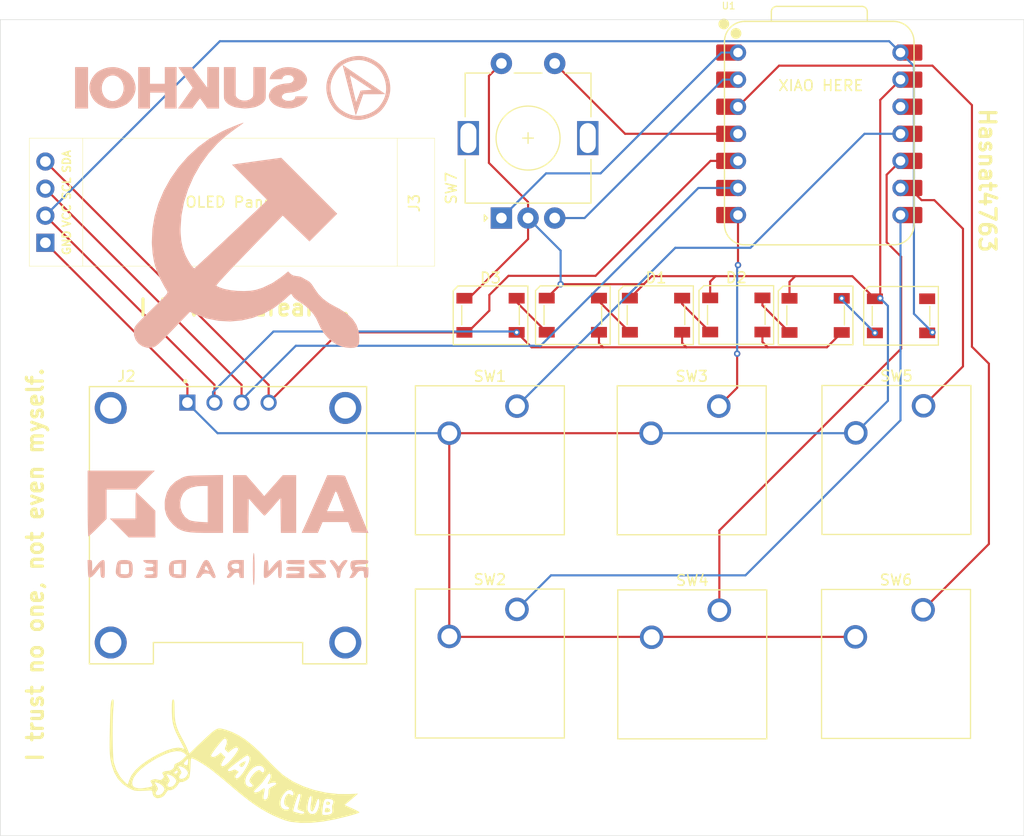
<source format=kicad_pcb>
(kicad_pcb (version 20241229) (generator "pcbnew") (generator_version "9.0")
  (layers (0 "F.Cu" signal) (2 "B.Cu" signal) (13 "F.Paste" user) (15 "B.Paste" user) (5 "F.SilkS" user "F.Silkscreen") (7 "B.SilkS" user "B.Silkscreen") (1 "F.Mask" user) (3 "B.Mask" user) (25 "Edge.Cuts" user))
  (net 0 "")
  (net 1 "Net-(D1-DOUT)")
  (net 2 "Net-(D1-DIN)")
  (net 3 "Net-(D2-DOUT)")
  (net 4 "Net-(D3-DOUT)")
  (net 5 "SDA")
  (net 6 "Net-(D4-DIN)")
  (net 7 "SW1")
  (net 8 "Earth")
  (net 9 "SW4")
  (net 10 "SW5")
  (net 11 "SW2")
  (net 12 "SW3")
  (net 13 "SW6")
  (net 14 "Rotary 2")
  (net 15 "Rotary 1")
  (net 16 "SW7")
  (net 18 "+5V")
  (net 19 "SCL")
  (footprint "Button_Switch_Keyboard:SW_Cherry_MX_1.00u_PCB" (layer "F.Cu") (at 182.66 78.89)
    (property "Reference" "SW5" (at -2.54 -2.794 0) (layer "F.SilkS"))
    (property "Value" "SW_Push")
    (pad "" np_thru_hole circle (at -7.62 5.08) (size 1.7 1.7) (drill 1.7) (layers "*.Cu" "*.Mask"))
    (pad "" np_thru_hole circle (at -2.54 5.08) (size 4 4) (drill 4) (layers "*.Cu" "*.Mask"))
    (pad "" np_thru_hole circle (at 2.54 5.08) (size 1.7 1.7) (drill 1.7) (layers "*.Cu" "*.Mask"))
    (pad "1" thru_hole circle (at 0 0) (size 2.2 2.2) (drill 1.5) (layers "*.Cu" "*.Mask") (net 12 "SW3"))
    (pad "2" thru_hole circle (at -6.35 2.54) (size 2.2 2.2) (drill 1.5) (layers "*.Cu" "*.Mask") (net 8 "Earth"))
  )
  (footprint "OPL:MODULE_DM-OLED096-636" (layer "F.Cu") (at 117.43 90.09)
    (property "Reference" "J2" (at -9.525 -13.97 0) (layer "F.SilkS"))
    (property "Value" "Conn_01x04_Pin")
    (pad "1" thru_hole rect (at -3.81 -11.5) (size 1.508 1.508) (drill 1) (layers "*.Cu" "*.Mask") (net 8 "Earth"))
    (pad "2" thru_hole circle (at -1.27 -11.5) (size 1.508 1.508) (drill 1) (layers "*.Cu" "*.Mask") (net 18 "+5V"))
    (pad "3" thru_hole circle (at 1.27 -11.5) (size 1.508 1.508) (drill 1) (layers "*.Cu" "*.Mask") (net 19 "SCL"))
    (pad "4" thru_hole circle (at 3.81 -11.5) (size 1.508 1.508) (drill 1) (layers "*.Cu" "*.Mask") (net 5 "SDA"))
    (pad "S1" thru_hole circle (at -11 -11) (size 3 3) (drill 2) (layers "*.Cu" "*.Mask"))
    (pad "S2" thru_hole circle (at 11 -11) (size 3 3) (drill 2) (layers "*.Cu" "*.Mask"))
    (pad "S3" thru_hole circle (at 11 11) (size 3 3) (drill 2) (layers "*.Cu" "*.Mask"))
    (pad "S4" thru_hole circle (at -11 11) (size 3 3) (drill 2) (layers "*.Cu" "*.Mask"))
  )
  (footprint "LED_SMD:LED_SK6812_PLCC4_5.0x5.0mm_P3.2mm" (layer "F.Cu") (at 172.54 70.41)
    (property "Reference" "D5" (hide yes))
    (property "Value" "SK6812")
    (pad "1" smd rect (at -2.45 -1.6 180) (size 1.5 1) (layers "F.Cu" "F.Mask" "F.Paste") (net 8 "Earth"))
    (pad "2" smd rect (at -2.45 1.6 180) (size 1.5 1) (layers "F.Cu" "F.Mask" "F.Paste") (net 3 "Net-(D2-DOUT)"))
    (pad "3" smd rect (at 2.45 1.6 180) (size 1.5 1) (layers "F.Cu" "F.Mask" "F.Paste") (net 18 "+5V"))
    (pad "4" smd rect (at 2.45 -1.6 180) (size 1.5 1) (layers "F.Cu" "F.Mask" "F.Paste") (net 6 "Net-(D4-DIN)"))
  )
  (footprint "OPL:XIAO-RP2040-DIP" (layer "F.Cu") (at 172.88 53.38)
    (property "Reference" "U1" (at -8.5 -12 0) (layer "F.SilkS") (effects (font (size 0.635 0.635) (thickness 0.1016))))
    (property "Value" "XIAO-RP2040-DIP")
    (pad "1" smd roundrect (at -8.455 -7.62 180) (size 2.432 1.524) (layers "F.Cu" "F.Mask") (roundrect_rratio 0.1) (net 15 "Rotary 1"))
    (pad "1" thru_hole circle (at -7.62 -7.62 180) (size 1.524 1.524) (drill 0.889) (layers "*.Cu" "*.Mask") (net 15 "Rotary 1"))
    (pad "2" smd roundrect (at -8.455 -5.08 180) (size 2.432 1.524) (layers "F.Cu" "F.Mask") (roundrect_rratio 0.1) (net 14 "Rotary 2"))
    (pad "2" thru_hole circle (at -7.62 -5.08 180) (size 1.524 1.524) (drill 0.889) (layers "*.Cu" "*.Mask") (net 14 "Rotary 2"))
    (pad "3" smd roundrect (at -8.455 -2.54 180) (size 2.432 1.524) (layers "F.Cu" "F.Mask") (roundrect_rratio 0.1) (net 13 "SW6"))
    (pad "3" thru_hole circle (at -7.62 -2.54 180) (size 1.524 1.524) (drill 0.889) (layers "*.Cu" "*.Mask") (net 13 "SW6"))
    (pad "4" smd roundrect (at -8.455 0 180) (size 2.432 1.524) (layers "F.Cu" "F.Mask") (roundrect_rratio 0.1) (net 16 "SW7"))
    (pad "4" thru_hole circle (at -7.62 0 180) (size 1.524 1.524) (drill 0.889) (layers "*.Cu" "*.Mask") (net 16 "SW7"))
    (pad "5" smd roundrect (at -8.455 2.54 180) (size 2.432 1.524) (layers "F.Cu" "F.Mask") (roundrect_rratio 0.1) (net 5 "SDA"))
    (pad "5" thru_hole circle (at -7.62 2.54 180) (size 1.524 1.524) (drill 0.889) (layers "*.Cu" "*.Mask") (net 5 "SDA"))
    (pad "6" smd roundrect (at -8.455 5.08 180) (size 2.432 1.524) (layers "F.Cu" "F.Mask") (roundrect_rratio 0.1) (net 19 "SCL"))
    (pad "6" thru_hole circle (at -7.62 5.08 180) (size 1.524 1.524) (drill 0.889) (layers "*.Cu" "*.Mask") (net 19 "SCL"))
    (pad "7" smd roundrect (at -8.455 7.62 180) (size 2.432 1.524) (layers "F.Cu" "F.Mask") (roundrect_rratio 0.1) (net 10 "SW5"))
    (pad "7" thru_hole circle (at -7.62 7.62 180) (size 1.524 1.524) (drill 0.889) (layers "*.Cu" "*.Mask") (net 10 "SW5"))
    (pad "8" thru_hole circle (at 7.62 7.62) (size 1.524 1.524) (drill 0.889) (layers "*.Cu" "*.Mask") (net 9 "SW4"))
    (pad "8" smd roundrect (at 8.455 7.62) (size 2.432 1.524) (layers "F.Cu" "F.Mask") (roundrect_rratio 0.1) (net 9 "SW4"))
    (pad "9" thru_hole circle (at 7.62 5.08) (size 1.524 1.524) (drill 0.889) (layers "*.Cu" "*.Mask") (net 12 "SW3"))
    (pad "9" smd roundrect (at 8.455 5.08) (size 2.432 1.524) (layers "F.Cu" "F.Mask") (roundrect_rratio 0.1) (net 12 "SW3"))
    (pad "10" thru_hole circle (at 7.62 2.54) (size 1.524 1.524) (drill 0.889) (layers "*.Cu" "*.Mask") (net 11 "SW2"))
    (pad "10" smd roundrect (at 8.455 2.54) (size 2.432 1.524) (layers "F.Cu" "F.Mask") (roundrect_rratio 0.1) (net 11 "SW2"))
    (pad "11" thru_hole circle (at 7.62 0) (size 1.524 1.524) (drill 0.889) (layers "*.Cu" "*.Mask") (net 7 "SW1"))
    (pad "11" smd roundrect (at 8.455 0) (size 2.432 1.524) (layers "F.Cu" "F.Mask") (roundrect_rratio 0.1) (net 7 "SW1"))
    (pad "12" thru_hole circle (at 7.62 -2.54) (size 1.524 1.524) (drill 0.889) (layers "*.Cu" "*.Mask"))
    (pad "12" smd roundrect (at 8.455 -2.54) (size 2.432 1.524) (layers "F.Cu" "F.Mask") (roundrect_rratio 0.1))
    (pad "13" thru_hole circle (at 7.62 -5.08) (size 1.524 1.524) (drill 0.889) (layers "*.Cu" "*.Mask") (net 8 "Earth"))
    (pad "13" smd roundrect (at 8.455 -5.08) (size 2.432 1.524) (layers "F.Cu" "F.Mask") (roundrect_rratio 0.1) (net 8 "Earth"))
    (pad "14" thru_hole circle (at 7.62 -7.62) (size 1.524 1.524) (drill 0.889) (layers "*.Cu" "*.Mask") (net 18 "+5V"))
    (pad "14" smd roundrect (at 8.455 -7.62) (size 2.432 1.524) (layers "F.Cu" "F.Mask") (roundrect_rratio 0.1) (net 18 "+5V"))
  )
  (footprint "Button_Switch_Keyboard:SW_Cherry_MX_1.00u_PCB" (layer "F.Cu") (at 182.62 98.02)
    (property "Reference" "SW6" (at -2.54 -2.794 0) (layer "F.SilkS"))
    (property "Value" "SW_Push")
    (pad "" np_thru_hole circle (at -7.62 5.08) (size 1.7 1.7) (drill 1.7) (layers "*.Cu" "*.Mask"))
    (pad "" np_thru_hole circle (at -2.54 5.08) (size 4 4) (drill 4) (layers "*.Cu" "*.Mask"))
    (pad "" np_thru_hole circle (at 2.54 5.08) (size 1.7 1.7) (drill 1.7) (layers "*.Cu" "*.Mask"))
    (pad "1" thru_hole circle (at 0 0) (size 2.2 2.2) (drill 1.5) (layers "*.Cu" "*.Mask") (net 13 "SW6"))
    (pad "2" thru_hole circle (at -6.35 2.54) (size 2.2 2.2) (drill 1.5) (layers "*.Cu" "*.Mask") (net 8 "Earth"))
  )
  (footprint "Rotary_Encoder:RotaryEncoder_Alps_EC11E-Switch_Vertical_H20mm" (layer "F.Cu") (at 143.07 61.28 90)
    (property "Reference" "SW7" (at 2.8 -4.7 90) (layer "F.SilkS"))
    (property "Value" "RotaryEncoder_Switch")
    (pad "A" thru_hole rect (at 0 0 90) (size 2 2) (drill 1) (layers "*.Cu" "*.Mask") (net 15 "Rotary 1"))
    (pad "B" thru_hole circle (at 0 5 90) (size 2 2) (drill 1) (layers "*.Cu" "*.Mask") (net 14 "Rotary 2"))
    (pad "C" thru_hole circle (at 0 2.5 90) (size 2 2) (drill 1) (layers "*.Cu" "*.Mask") (net 8 "Earth"))
    (pad "MP" thru_hole rect (at 7.5 -3.1 90) (size 3.2 2) (drill oval 2.8 1.5) (layers "*.Cu" "*.Mask"))
    (pad "MP" thru_hole rect (at 7.5 8.1 90) (size 3.2 2) (drill oval 2.8 1.5) (layers "*.Cu" "*.Mask"))
    (pad "S1" thru_hole circle (at 14.5 5 90) (size 2 2) (drill 1) (layers "*.Cu" "*.Mask") (net 16 "SW7"))
    (pad "S2" thru_hole circle (at 14.5 0 90) (size 2 2) (drill 1) (layers "*.Cu" "*.Mask") (net 8 "Earth"))
  )
  (footprint "LOGO" (layer "F.Cu") (at 118 113.12)
    (property "Reference" "G***" (hide yes))
    (property "Value" "LOGO" (hide yes))
  )
  (footprint "LED_SMD:LED_SK6812_PLCC4_5.0x5.0mm_P3.2mm" (layer "F.Cu") (at 142.05 70.4)
    (property "Reference" "D3" (at 0 -3.5 0) (layer "F.SilkS"))
    (property "Value" "SK6812")
    (pad "1" smd rect (at -2.45 -1.6 180) (size 1.5 1) (layers "F.Cu" "F.Mask" "F.Paste") (net 8 "Earth"))
    (pad "2" smd rect (at -2.45 1.6 180) (size 1.5 1) (layers "F.Cu" "F.Mask" "F.Paste") (net 5 "SDA"))
    (pad "3" smd rect (at 2.45 1.6 180) (size 1.5 1) (layers "F.Cu" "F.Mask" "F.Paste") (net 18 "+5V"))
    (pad "4" smd rect (at 2.45 -1.6 180) (size 1.5 1) (layers "F.Cu" "F.Mask" "F.Paste") (net 4 "Net-(D3-DOUT)"))
  )
  (footprint "Button_Switch_Keyboard:SW_Cherry_MX_1.00u_PCB" (layer "F.Cu") (at 144.53 97.98)
    (property "Reference" "SW2" (at -2.54 -2.794 0) (layer "F.SilkS"))
    (property "Value" "SW_Push")
    (pad "" np_thru_hole circle (at -7.62 5.08) (size 1.7 1.7) (drill 1.7) (layers "*.Cu" "*.Mask"))
    (pad "" np_thru_hole circle (at -2.54 5.08) (size 4 4) (drill 4) (layers "*.Cu" "*.Mask"))
    (pad "" np_thru_hole circle (at 2.54 5.08) (size 1.7 1.7) (drill 1.7) (layers "*.Cu" "*.Mask"))
    (pad "1" thru_hole circle (at 0 0) (size 2.2 2.2) (drill 1.5) (layers "*.Cu" "*.Mask") (net 9 "SW4"))
    (pad "2" thru_hole circle (at -6.35 2.54) (size 2.2 2.2) (drill 1.5) (layers "*.Cu" "*.Mask") (net 8 "Earth"))
  )
  (footprint "LED_SMD:LED_SK6812_PLCC4_5.0x5.0mm_P3.2mm" (layer "F.Cu") (at 165.1 70.37)
    (property "Reference" "D2" (at 0 -3.5 0) (layer "F.SilkS"))
    (property "Value" "SK6812")
    (pad "1" smd rect (at -2.45 -1.6 180) (size 1.5 1) (layers "F.Cu" "F.Mask" "F.Paste") (net 8 "Earth"))
    (pad "2" smd rect (at -2.45 1.6 180) (size 1.5 1) (layers "F.Cu" "F.Mask" "F.Paste") (net 1 "Net-(D1-DOUT)"))
    (pad "3" smd rect (at 2.45 1.6 180) (size 1.5 1) (layers "F.Cu" "F.Mask" "F.Paste") (net 18 "+5V"))
    (pad "4" smd rect (at 2.45 -1.6 180) (size 1.5 1) (layers "F.Cu" "F.Mask" "F.Paste") (net 3 "Net-(D2-DOUT)"))
  )
  (footprint "Button_Switch_Keyboard:SW_Cherry_MX_1.00u_PCB" (layer "F.Cu") (at 163.46 78.92)
    (property "Reference" "SW3" (at -2.54 -2.794 0) (layer "F.SilkS"))
    (property "Value" "SW_Push")
    (pad "" np_thru_hole circle (at -7.62 5.08) (size 1.7 1.7) (drill 1.7) (layers "*.Cu" "*.Mask"))
    (pad "" np_thru_hole circle (at -2.54 5.08) (size 4 4) (drill 4) (layers "*.Cu" "*.Mask"))
    (pad "" np_thru_hole circle (at 2.54 5.08) (size 1.7 1.7) (drill 1.7) (layers "*.Cu" "*.Mask"))
    (pad "1" thru_hole circle (at 0 0) (size 2.2 2.2) (drill 1.5) (layers "*.Cu" "*.Mask") (net 10 "SW5"))
    (pad "2" thru_hole circle (at -6.35 2.54) (size 2.2 2.2) (drill 1.5) (layers "*.Cu" "*.Mask") (net 8 "Earth"))
  )
  (footprint "OPL:SSD1306-0.91-OLED-4pin-128x32" (layer "F.Cu") (at 136.8 65.79 180)
    (property "Reference" "J3" (at 1.9 5.91 90) (layer "F.SilkS"))
    (property "Value" "Conn_01x04_Pin")
    (fp_text user "OLED Panel" (at 19 6 0) (layer "F.SilkS"))
    (fp_text user "SDA" (at 34.5 9.81 90) (layer "F.SilkS") (effects (font (size 0.75 0.75))))
    (fp_text user "GND" (at 34.5 2.19 90) (layer "F.SilkS") (effects (font (size 0.75 0.75))))
    (fp_text user "SCL" (at 34.5 7.27 90) (layer "F.SilkS") (effects (font (size 0.75 0.75))))
    (fp_text user "VCC" (at 34.5 4.73 90) (layer "F.SilkS") (effects (font (size 0.75 0.75))))
    (pad "1" thru_hole rect (at 36.5 2.19 180) (size 1.7 1.7) (drill 1) (layers "*.Cu" "*.Mask") (net 8 "Earth"))
    (pad "2" thru_hole oval (at 36.5 4.73 180) (size 1.7 1.7) (drill 1) (layers "*.Cu" "*.Mask") (net 18 "+5V"))
    (pad "3" thru_hole oval (at 36.5 7.27 180) (size 1.7 1.7) (drill 1) (layers "*.Cu" "*.Mask") (net 19 "SCL"))
    (pad "4" thru_hole oval (at 36.5 9.81 180) (size 1.7 1.7) (drill 1) (layers "*.Cu" "*.Mask") (net 5 "SDA"))
  )
  (footprint "Button_Switch_Keyboard:SW_Cherry_MX_1.00u_PCB" (layer "F.Cu") (at 144.53 78.92)
    (property "Reference" "SW1" (at -2.54 -2.794 0) (layer "F.SilkS"))
    (property "Value" "SW_Push")
    (pad "" np_thru_hole circle (at -7.62 5.08) (size 1.7 1.7) (drill 1.7) (layers "*.Cu" "*.Mask"))
    (pad "" np_thru_hole circle (at -2.54 5.08) (size 4 4) (drill 4) (layers "*.Cu" "*.Mask"))
    (pad "" np_thru_hole circle (at 2.54 5.08) (size 1.7 1.7) (drill 1.7) (layers "*.Cu" "*.Mask"))
    (pad "1" thru_hole circle (at 0 0) (size 2.2 2.2) (drill 1.5) (layers "*.Cu" "*.Mask") (net 7 "SW1"))
    (pad "2" thru_hole circle (at -6.35 2.54) (size 2.2 2.2) (drill 1.5) (layers "*.Cu" "*.Mask") (net 8 "Earth"))
  )
  (footprint "LED_SMD:LED_SK6812_PLCC4_5.0x5.0mm_P3.2mm" (layer "F.Cu") (at 180.55 70.45)
    (property "Reference" "D4" (hide yes))
    (property "Value" "SK6812")
    (pad "1" smd rect (at -2.45 -1.6 180) (size 1.5 1) (layers "F.Cu" "F.Mask" "F.Paste") (net 8 "Earth"))
    (pad "2" smd rect (at -2.45 1.6 180) (size 1.5 1) (layers "F.Cu" "F.Mask" "F.Paste") (net 6 "Net-(D4-DIN)"))
    (pad "3" smd rect (at 2.45 1.6 180) (size 1.5 1) (layers "F.Cu" "F.Mask" "F.Paste") (net 18 "+5V"))
    (pad "4" smd rect (at 2.45 -1.6 180) (size 1.5 1) (layers "F.Cu" "F.Mask" "F.Paste"))
  )
  (footprint "Button_Switch_Keyboard:SW_Cherry_MX_1.00u_PCB" (layer "F.Cu") (at 163.51 98.06)
    (property "Reference" "SW4" (at -2.54 -2.794 0) (layer "F.SilkS"))
    (property "Value" "SW_Push")
    (pad "" np_thru_hole circle (at -7.62 5.08) (size 1.7 1.7) (drill 1.7) (layers "*.Cu" "*.Mask"))
    (pad "" np_thru_hole circle (at -2.54 5.08) (size 4 4) (drill 4) (layers "*.Cu" "*.Mask"))
    (pad "" np_thru_hole circle (at 2.54 5.08) (size 1.7 1.7) (drill 1.7) (layers "*.Cu" "*.Mask"))
    (pad "1" thru_hole circle (at 0 0) (size 2.2 2.2) (drill 1.5) (layers "*.Cu" "*.Mask") (net 11 "SW2"))
    (pad "2" thru_hole circle (at -6.35 2.54) (size 2.2 2.2) (drill 1.5) (layers "*.Cu" "*.Mask") (net 8 "Earth"))
  )
  (footprint "LED_SMD:LED_SK6812_PLCC4_5.0x5.0mm_P3.2mm" (layer "F.Cu") (at 149.77 70.39)
    (property "Reference" "D6" (hide yes))
    (property "Value" "SK6812")
    (pad "1" smd rect (at -2.45 -1.6 180) (size 1.5 1) (layers "F.Cu" "F.Mask" "F.Paste") (net 8 "Earth"))
    (pad "2" smd rect (at -2.45 1.6 180) (size 1.5 1) (layers "F.Cu" "F.Mask" "F.Paste") (net 4 "Net-(D3-DOUT)"))
    (pad "3" smd rect (at 2.45 1.6 180) (size 1.5 1) (layers "F.Cu" "F.Mask" "F.Paste") (net 18 "+5V"))
    (pad "4" smd rect (at 2.45 -1.6 180) (size 1.5 1) (layers "F.Cu" "F.Mask" "F.Paste") (net 2 "Net-(D1-DIN)"))
  )
  (footprint "LED_SMD:LED_SK6812_PLCC4_5.0x5.0mm_P3.2mm" (layer "F.Cu") (at 157.57 70.39)
    (property "Reference" "D1" (at 0 -3.5 0) (layer "F.SilkS"))
    (property "Value" "SK6812")
    (pad "1" smd rect (at -2.45 -1.6 180) (size 1.5 1) (layers "F.Cu" "F.Mask" "F.Paste") (net 8 "Earth"))
    (pad "2" smd rect (at -2.45 1.6 180) (size 1.5 1) (layers "F.Cu" "F.Mask" "F.Paste") (net 2 "Net-(D1-DIN)"))
    (pad "3" smd rect (at 2.45 1.6 180) (size 1.5 1) (layers "F.Cu" "F.Mask" "F.Paste") (net 18 "+5V"))
    (pad "4" smd rect (at 2.45 -1.6 180) (size 1.5 1) (layers "F.Cu" "F.Mask" "F.Paste") (net 1 "Net-(D1-DOUT)"))
  )
  (footprint "LOGO" (layer "B.Cu") (at 119.18 62.87 180)
    (property "Reference" "G***" (hide yes))
    (property "Value" "LOGO" (hide yes))
  )
  (footprint "LOGO" (layer "B.Cu") (at 117.87 49.08 180)
    (property "Reference" "G***" (hide yes))
    (property "Value" "LOGO" (hide yes))
  )
  (footprint "LOGO" (layer "B.Cu") (at 117.43 90.09 180)
    (property "Reference" "G***" (hide yes))
    (property "Value" "LOGO" (hide yes))
  )
  (gr_rect (start 96.07 42.67) (end 192.08 119.2) (stroke (width 0.05)) (fill no) (layer "Edge.Cuts"))
  (gr_text "I have a dream..." (at 108.9 70.57 0) (layer "F.SilkS") (effects (font (size 1.5 1.5) (thickness 0.3) (bold yes)) (justify left bottom)))
  (gr_text "XIAO HERE" (at 168.95 49.44 0) (layer "F.SilkS") (effects (font (size 1 1)) (justify left bottom)))
  (gr_text "Hasnat4763" (at 187.76 50.84 270) (layer "F.SilkS") (effects (font (size 1.5 1.5) (thickness 0.3) (bold yes)) (justify left bottom)))
  (gr_text "I trust no one, not even myself." (at 100.22 112.41 90) (layer "F.SilkS") (effects (font (size 1.5 1.5) (thickness 0.3) (bold yes)) (justify left bottom)))
  (segment (start 160.02 68.79) (end 160.02 69.34) (width 0.2) (layer "F.Cu") (net 1))
  (segment (start 160.02 69.34) (end 162.65 71.97) (width 0.2) (layer "F.Cu") (net 1))
  (segment (start 152.22 69.09) (end 155.12 71.99) (width 0.2) (layer "F.Cu") (net 2))
  (segment (start 152.22 68.79) (end 152.22 69.09) (width 0.2) (layer "F.Cu") (net 2))
  (segment (start 167.55 68.77) (end 167.55 69.47) (width 0.2) (layer "F.Cu") (net 3))
  (segment (start 167.55 69.47) (end 170.09 72.01) (width 0.2) (layer "F.Cu") (net 3))
  (segment (start 144.5 69.17) (end 147.32 71.99) (width 0.2) (layer "F.Cu") (net 4))
  (segment (start 144.5 68.8) (end 144.5 69.17) (width 0.2) (layer "F.Cu") (net 4))
  (segment (start 127.83 72) (end 139.6 72) (width 0.2) (layer "F.Cu") (net 5))
  (segment (start 141.94 68.49) (end 141.94 69.96) (width 0.2) (layer "F.Cu") (net 5))
  (segment (start 100.3 55.98) (end 121.24 76.92) (width 0.2) (layer "F.Cu") (net 5))
  (segment (start 121.24 76.92) (end 121.24 78.59) (width 0.2) (layer "F.Cu") (net 5))
  (segment (start 162.68 55.92) (end 151.9 66.7) (width 0.2) (layer "F.Cu") (net 5))
  (segment (start 121.24 78.59) (end 127.83 72) (width 0.2) (layer "F.Cu") (net 5))
  (segment (start 165.26 55.92) (end 162.68 55.92) (width 0.2) (layer "F.Cu") (net 5))
  (segment (start 143.73 66.7) (end 141.94 68.49) (width 0.2) (layer "F.Cu") (net 5))
  (segment (start 139.9 72) (end 139.6 72) (width 0.2) (layer "F.Cu") (net 5))
  (segment (start 151.9 66.7) (end 143.73 66.7) (width 0.2) (layer "F.Cu") (net 5))
  (segment (start 141.94 69.96) (end 139.9 72) (width 0.2) (layer "F.Cu") (net 5))
  (segment (start 178.1 71.92) (end 178.1 72.05) (width 0.2) (layer "F.Cu") (net 6))
  (via (at 178.1 72.05) (size 0.6) (drill 0.3) (layers "F.Cu" "B.Cu") (net 6))
  (via (at 174.99 68.81) (size 0.6) (drill 0.3) (layers "F.Cu" "B.Cu") (net 6))
  (segment (start 174.99 68.94) (end 178.1 72.05) (width 0.2) (layer "B.Cu") (net 6))
  (segment (start 174.99 68.81) (end 174.99 68.94) (width 0.2) (layer "B.Cu") (net 6))
  (segment (start 144.53 78.92) (end 159.38 64.07) (width 0.2) (layer "B.Cu") (net 7))
  (segment (start 166.43 64.07) (end 177.12 53.38) (width 0.2) (layer "B.Cu") (net 7))
  (segment (start 177.12 53.38) (end 180.5 53.38) (width 0.2) (layer "B.Cu") (net 7))
  (segment (start 159.38 64.07) (end 166.43 64.07) (width 0.2) (layer "B.Cu") (net 7))
  (segment (start 162.65 68.77) (end 162.65 67.24) (width 0.2) (layer "F.Cu") (net 8))
  (segment (start 176.27 100.56) (end 138.22 100.56) (width 0.2) (layer "F.Cu") (net 8))
  (segment (start 138.22 100.56) (end 138.18 100.52) (width 0.2) (layer "F.Cu") (net 8))
  (segment (start 170.09 68.81) (end 170.09 67.27) (width 0.2) (layer "F.Cu") (net 8))
  (segment (start 178.6 68.8) (end 178.6 50.2) (width 0.2) (layer "F.Cu") (net 8))
  (segment (start 138.18 100.52) (end 138.18 81.46) (width 0.2) (layer "F.Cu") (net 8))
  (segment (start 157.18 66.73) (end 163.16 66.73) (width 0.2) (layer "F.Cu") (net 8))
  (segment (start 113.62 76.92) (end 100.3 63.6) (width 0.2) (layer "F.Cu") (net 8))
  (segment (start 113.62 78.59) (end 113.62 76.92) (width 0.2) (layer "F.Cu") (net 8))
  (segment (start 138.18 81.46) (end 157.11 81.46) (width 0.2) (layer "F.Cu") (net 8))
  (segment (start 162.65 67.24) (end 163.16 66.73) (width 0.2) (layer "F.Cu") (net 8))
  (segment (start 163.16 66.73) (end 170.63 66.73) (width 0.2) (layer "F.Cu") (net 8))
  (segment (start 175.98 66.73) (end 178.1 68.85) (width 0.2) (layer "F.Cu") (net 8))
  (segment (start 155.12 68.79) (end 156.425 67.485) (width 0.2) (layer "F.Cu") (net 8))
  (segment (start 140.02 68.8) (end 145.57 63.25) (width 0.2) (layer "F.Cu") (net 8))
  (segment (start 145.57 63.25) (end 145.57 61.28) (width 0.2) (layer "F.Cu") (net 8))
  (segment (start 148.625 67.485) (end 156.425 67.485) (width 0.2) (layer "F.Cu") (net 8))
  (segment (start 178.6 50.2) (end 180.5 48.3) (width 0.2) (layer "F.Cu") (net 8))
  (segment (start 141.9 56.11) (end 141.9 47.95) (width 0.2) (layer "F.Cu") (net 8))
  (segment (start 145.57 59.78) (end 141.9 56.11) (width 0.2) (layer "F.Cu") (net 8))
  (segment (start 145.57 61.28) (end 145.57 59.78) (width 0.2) (layer "F.Cu") (net 8))
  (segment (start 139.6 68.8) (end 140.02 68.8) (width 0.2) (layer "F.Cu") (net 8))
  (segment (start 170.09 67.27) (end 170.63 66.73) (width 0.2) (layer "F.Cu") (net 8))
  (segment (start 141.9 47.95) (end 143.07 46.78) (width 0.2) (layer "F.Cu") (net 8))
  (segment (start 156.425 67.485) (end 157.18 66.73) (width 0.2) (layer "F.Cu") (net 8))
  (segment (start 147.32 68.79) (end 148.625 67.485) (width 0.2) (layer "F.Cu") (net 8))
  (segment (start 170.63 66.73) (end 175.98 66.73) (width 0.2) (layer "F.Cu") (net 8))
  (via (at 178.6 68.8) (size 0.6) (drill 0.3) (layers "F.Cu" "B.Cu") (net 8))
  (via (at 148.625 67.485) (size 0.6) (drill 0.3) (layers "F.Cu" "B.Cu") (net 8))
  (segment (start 113.48 78.49) (end 116.45 81.46) (width 0.2) (layer "B.Cu") (net 8))
  (segment (start 148.625 64.335) (end 145.57 61.28) (width 0.2) (layer "B.Cu") (net 8))
  (segment (start 179.32 69.52) (end 179.32 78.42) (width 0.2) (layer "B.Cu") (net 8))
  (segment (start 157.11 81.46) (end 176.28 81.46) (width 0.2) (layer "B.Cu") (net 8))
  (segment (start 179.32 78.42) (end 176.31 81.43) (width 0.2) (layer "B.Cu") (net 8))
  (segment (start 176.28 81.46) (end 176.31 81.43) (width 0.2) (layer "B.Cu") (net 8))
  (segment (start 116.45 81.46) (end 138.18 81.46) (width 0.2) (layer "B.Cu") (net 8))
  (segment (start 148.625 67.485) (end 148.625 64.335) (width 0.2) (layer "B.Cu") (net 8))
  (segment (start 178.6 68.8) (end 179.32 69.52) (width 0.2) (layer "B.Cu") (net 8))
  (segment (start 180.5 80.249314) (end 165.959314 94.79) (width 0.2) (layer "B.Cu") (net 9))
  (segment (start 180.5 61) (end 180.5 80.249314) (width 0.2) (layer "B.Cu") (net 9))
  (segment (start 147.72 94.79) (end 144.53 97.98) (width 0.2) (layer "B.Cu") (net 9))
  (segment (start 165.959314 94.79) (end 147.72 94.79) (width 0.2) (layer "B.Cu") (net 9))
  (segment (start 165.26 65.69) (end 165.26 61) (width 0.2) (layer "F.Cu") (net 10))
  (segment (start 165.18 77.2) (end 165.18 74) (width 0.2) (layer "F.Cu") (net 10))
  (segment (start 163.46 78.92) (end 165.18 77.2) (width 0.2) (layer "F.Cu") (net 10))
  (via (at 165.18 74) (size 0.6) (drill 0.3) (layers "F.Cu" "B.Cu") (net 10))
  (via (at 165.26 65.69) (size 0.6) (drill 0.3) (layers "F.Cu" "B.Cu") (net 10))
  (segment (start 165.18 65.77) (end 165.26 65.69) (width 0.2) (layer "B.Cu") (net 10))
  (segment (start 165.18 74) (end 165.18 65.77) (width 0.2) (layer "B.Cu") (net 10))
  (segment (start 180.56 64.91) (end 180.56 73.53) (width 0.2) (layer "F.Cu") (net 11))
  (segment (start 163.51 90.58) (end 163.51 98.06) (width 0.2) (layer "F.Cu") (net 11))
  (segment (start 180.56 73.53) (end 163.51 90.58) (width 0.2) (layer "F.Cu") (net 11))
  (segment (start 180.5 55.92) (end 179.201 57.219) (width 0.2) (layer "F.Cu") (net 11))
  (segment (start 179.201 63.551) (end 180.56 64.91) (width 0.2) (layer "F.Cu") (net 11))
  (segment (start 179.201 57.219) (end 179.201 63.551) (width 0.2) (layer "F.Cu") (net 11))
  (segment (start 183.67 59.6) (end 186.36 62.29) (width 0.2) (layer "F.Cu") (net 12))
  (segment (start 181.335 58.46) (end 182.475 59.6) (width 0.2) (layer "F.Cu") (net 12))
  (segment (start 181.335 58.46) (end 180.5 58.46) (width 0.2) (layer "F.Cu") (net 12))
  (segment (start 186.36 62.29) (end 186.36 75.19) (width 0.2) (layer "F.Cu") (net 12))
  (segment (start 186.36 75.19) (end 182.66 78.89) (width 0.2) (layer "F.Cu") (net 12))
  (segment (start 182.475 59.6) (end 183.67 59.6) (width 0.2) (layer "F.Cu") (net 12))
  (segment (start 187.2 73.35) (end 188.79 74.94) (width 0.2) (layer "F.Cu") (net 13))
  (segment (start 188.79 74.94) (end 188.79 91.85) (width 0.2) (layer "F.Cu") (net 13))
  (segment (start 187.2 50.69) (end 187.2 73.35) (width 0.2) (layer "F.Cu") (net 13))
  (segment (start 165.26 50.84) (end 169.11 46.99) (width 0.2) (layer "F.Cu") (net 13))
  (segment (start 183.5 46.99) (end 187.2 50.69) (width 0.2) (layer "F.Cu") (net 13))
  (segment (start 188.79 91.85) (end 182.62 98.02) (width 0.2) (layer "F.Cu") (net 13))
  (segment (start 169.11 46.99) (end 183.5 46.99) (width 0.2) (layer "F.Cu") (net 13))
  (segment (start 150.87 61.28) (end 163.85 48.3) (width 0.2) (layer "B.Cu") (net 14))
  (segment (start 163.85 48.3) (end 165.26 48.3) (width 0.2) (layer "B.Cu") (net 14))
  (segment (start 148.07 61.28) (end 150.87 61.28) (width 0.2) (layer "B.Cu") (net 14))
  (segment (start 143.07 61.28) (end 147.26 57.09) (width 0.2) (layer "B.Cu") (net 15))
  (segment (start 147.26 57.09) (end 152.37 57.09) (width 0.2) (layer "B.Cu") (net 15))
  (segment (start 152.37 57.09) (end 163.7 45.76) (width 0.2) (layer "B.Cu") (net 15))
  (segment (start 163.7 45.76) (end 165.26 45.76) (width 0.2) (layer "B.Cu") (net 15))
  (segment (start 148.07 46.78) (end 154.67 53.38) (width 0.2) (layer "F.Cu") (net 16))
  (segment (start 154.67 53.38) (end 164.425 53.38) (width 0.2) (layer "F.Cu") (net 16))
  (segment (start 152.22 73.01) (end 152.61 73.4) (width 0.2) (layer "F.Cu") (net 18))
  (segment (start 160.02 71.99) (end 160.02 73) (width 0.2) (layer "F.Cu") (net 18))
  (segment (start 152.61 73.4) (end 160.42 73.4) (width 0.2) (layer "F.Cu") (net 18))
  (segment (start 152.22 71.99) (end 152.22 73.01) (width 0.2) (layer "F.Cu") (net 18))
  (segment (start 168.05 73.4) (end 173.6 73.4) (width 0.2) (layer "F.Cu") (net 18))
  (segment (start 167.55 72.9) (end 168.05 73.4) (width 0.2) (layer "F.Cu") (net 18))
  (segment (start 116.16 76.92) (end 116.16 78.59) (width 0.2) (layer "F.Cu") (net 18))
  (segment (start 167.55 71.97) (end 167.55 72.9) (width 0.2) (layer "F.Cu") (net 18))
  (segment (start 173.6 73.4) (end 174.99 72.01) (width 0.2) (layer "F.Cu") (net 18))
  (segment (start 100.3 61.06) (end 116.16 76.92) (width 0.2) (layer "F.Cu") (net 18))
  (segment (start 144.5 72) (end 145.9 73.4) (width 0.2) (layer "F.Cu") (net 18))
  (segment (start 145.9 73.4) (end 152.61 73.4) (width 0.2) (layer "F.Cu") (net 18))
  (segment (start 160.42 73.4) (end 168.05 73.4) (width 0.2) (layer "F.Cu") (net 18))
  (segment (start 160.02 73) (end 160.42 73.4) (width 0.2) (layer "F.Cu") (net 18))
  (via (at 144.5 72) (size 0.6) (drill 0.3) (layers "F.Cu" "B.Cu") (net 18))
  (via (at 183.5 72) (size 0.6) (drill 0.3) (layers "F.Cu" "B.Cu") (net 18))
  (segment (start 116.663 44.697) (end 100.3 61.06) (width 0.2) (layer "B.Cu") (net 18))
  (segment (start 116.02 77.595794) (end 116.02 78.49) (width 0.2) (layer "B.Cu") (net 18))
  (segment (start 144.5 72) (end 144.42 71.92) (width 0.2) (layer "B.Cu") (net 18))
  (segment (start 144.42 71.92) (end 121.695794 71.92) (width 0.2) (layer "B.Cu") (net 18))
  (segment (start 179.437 44.697) (end 116.663 44.697) (width 0.2) (layer "B.Cu") (net 18))
  (segment (start 180.5 45.76) (end 179.437 44.697) (width 0.2) (layer "B.Cu") (net 18))
  (segment (start 181.76 47.02) (end 180.5 45.76) (width 0.2) (layer "B.Cu") (net 18))
  (segment (start 181.76 70.26) (end 183.5 72) (width 0.2) (layer "B.Cu") (net 18))
  (segment (start 181.76 70.26) (end 181.76 47.02) (width 0.2) (layer "B.Cu") (net 18))
  (segment (start 121.695794 71.92) (end 116.02 77.595794) (width 0.2) (layer "B.Cu") (net 18))
  (segment (start 118.7 76.92) (end 100.3 58.52) (width 0.2) (layer "F.Cu") (net 19))
  (segment (start 118.7 78.59) (end 118.7 76.92) (width 0.2) (layer "F.Cu") (net 19))
  (segment (start 123.791 73.259) (end 118.56 78.49) (width 0.2) (layer "B.Cu") (net 19))
  (segment (start 161.54 58.46) (end 146.7 73.3) (width 0.2) (layer "B.Cu") (net 19))
  (segment (start 146.7 73.3) (end 146.659 73.259) (width 0.2) (layer "B.Cu") (net 19))
  (segment (start 165.26 58.46) (end 161.54 58.46) (width 0.2) (layer "B.Cu") (net 19))
  (segment (start 146.659 73.259) (end 123.791 73.259) (width 0.2) (layer "B.Cu") (net 19))
)
</source>
